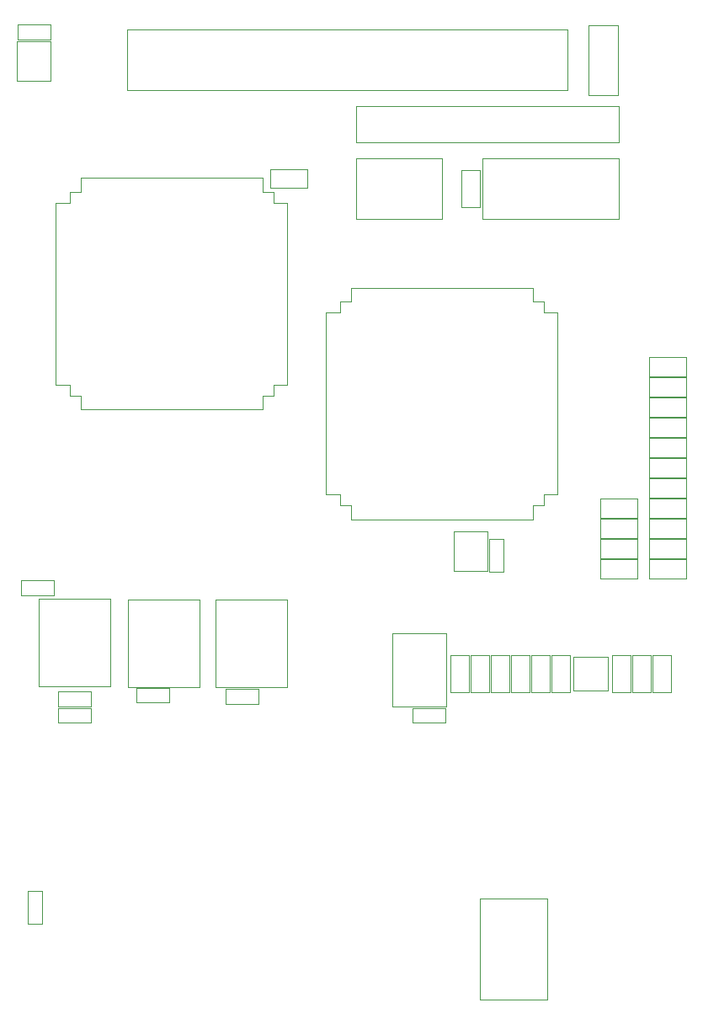
<source format=gbr>
G04 #@! TF.GenerationSoftware,KiCad,Pcbnew,(5.1.2-1)-1*
G04 #@! TF.CreationDate,2020-07-07T12:37:09+01:00*
G04 #@! TF.ProjectId,MZ80-80CLR,4d5a3830-2d38-4304-934c-522e6b696361,rev?*
G04 #@! TF.SameCoordinates,Original*
G04 #@! TF.FileFunction,Other,User*
%FSLAX46Y46*%
G04 Gerber Fmt 4.6, Leading zero omitted, Abs format (unit mm)*
G04 Created by KiCad (PCBNEW (5.1.2-1)-1) date 2020-07-07 12:37:09*
%MOMM*%
%LPD*%
G04 APERTURE LIST*
%ADD10C,0.050000*%
G04 APERTURE END LIST*
D10*
X118647000Y-131923000D02*
X118647000Y-121823000D01*
X125447000Y-131923000D02*
X125447000Y-121823000D01*
X118647000Y-131923000D02*
X125447000Y-131923000D01*
X125447000Y-121823000D02*
X118647000Y-121823000D01*
X128044000Y-97487000D02*
X131544000Y-97487000D01*
X128044000Y-100887000D02*
X128044000Y-97487000D01*
X131544000Y-100887000D02*
X128044000Y-100887000D01*
X131544000Y-97487000D02*
X131544000Y-100887000D01*
X106150000Y-42142000D02*
X106150000Y-45742000D01*
X132600000Y-42142000D02*
X106150000Y-42142000D01*
X132600000Y-45742000D02*
X132600000Y-42142000D01*
X106150000Y-45742000D02*
X132600000Y-45742000D01*
X118850000Y-47339000D02*
X118850000Y-53489000D01*
X132600000Y-47339000D02*
X118850000Y-47339000D01*
X132600000Y-53489000D02*
X132600000Y-47339000D01*
X118850000Y-53489000D02*
X132600000Y-53489000D01*
X83163000Y-34385000D02*
X83163000Y-40535000D01*
X127413000Y-34385000D02*
X83163000Y-34385000D01*
X127413000Y-40535000D02*
X127413000Y-34385000D01*
X83163000Y-40535000D02*
X127413000Y-40535000D01*
X106150000Y-47339000D02*
X106150000Y-53489000D01*
X114800000Y-47339000D02*
X106150000Y-47339000D01*
X114800000Y-53489000D02*
X114800000Y-47339000D01*
X106150000Y-53489000D02*
X114800000Y-53489000D01*
X103154000Y-72014500D02*
X103154000Y-81164500D01*
X103154000Y-81164500D02*
X104554000Y-81164500D01*
X104554000Y-81164500D02*
X104554000Y-82264500D01*
X104554000Y-82264500D02*
X105654000Y-82264500D01*
X105654000Y-82264500D02*
X105654000Y-83664500D01*
X105654000Y-83664500D02*
X114804000Y-83664500D01*
X103154000Y-72014500D02*
X103154000Y-62864500D01*
X103154000Y-62864500D02*
X104554000Y-62864500D01*
X104554000Y-62864500D02*
X104554000Y-61764500D01*
X104554000Y-61764500D02*
X105654000Y-61764500D01*
X105654000Y-61764500D02*
X105654000Y-60364500D01*
X105654000Y-60364500D02*
X114804000Y-60364500D01*
X126454000Y-72014500D02*
X126454000Y-81164500D01*
X126454000Y-81164500D02*
X125054000Y-81164500D01*
X125054000Y-81164500D02*
X125054000Y-82264500D01*
X125054000Y-82264500D02*
X123954000Y-82264500D01*
X123954000Y-82264500D02*
X123954000Y-83664500D01*
X123954000Y-83664500D02*
X114804000Y-83664500D01*
X126454000Y-72014500D02*
X126454000Y-62864500D01*
X126454000Y-62864500D02*
X125054000Y-62864500D01*
X125054000Y-62864500D02*
X125054000Y-61764500D01*
X125054000Y-61764500D02*
X123954000Y-61764500D01*
X123954000Y-61764500D02*
X123954000Y-60364500D01*
X123954000Y-60364500D02*
X114804000Y-60364500D01*
X76201000Y-102648000D02*
X79501000Y-102648000D01*
X76201000Y-104108000D02*
X76201000Y-102648000D01*
X79501000Y-104108000D02*
X76201000Y-104108000D01*
X79501000Y-102648000D02*
X79501000Y-104108000D01*
X74251000Y-100412000D02*
X81451000Y-100412000D01*
X81451000Y-100412000D02*
X81451000Y-91612000D01*
X81451000Y-91612000D02*
X74251000Y-91612000D01*
X74251000Y-91612000D02*
X74251000Y-100412000D01*
X96780000Y-49310000D02*
X87630000Y-49310000D01*
X96780000Y-50710000D02*
X96780000Y-49310000D01*
X97880000Y-50710000D02*
X96780000Y-50710000D01*
X97880000Y-51810000D02*
X97880000Y-50710000D01*
X99280000Y-51810000D02*
X97880000Y-51810000D01*
X99280000Y-60960000D02*
X99280000Y-51810000D01*
X96780000Y-72610000D02*
X87630000Y-72610000D01*
X96780000Y-71210000D02*
X96780000Y-72610000D01*
X97880000Y-71210000D02*
X96780000Y-71210000D01*
X97880000Y-70110000D02*
X97880000Y-71210000D01*
X99280000Y-70110000D02*
X97880000Y-70110000D01*
X99280000Y-60960000D02*
X99280000Y-70110000D01*
X78480000Y-49310000D02*
X87630000Y-49310000D01*
X78480000Y-50710000D02*
X78480000Y-49310000D01*
X77380000Y-50710000D02*
X78480000Y-50710000D01*
X77380000Y-51810000D02*
X77380000Y-50710000D01*
X75980000Y-51810000D02*
X77380000Y-51810000D01*
X75980000Y-60960000D02*
X75980000Y-51810000D01*
X78480000Y-72610000D02*
X87630000Y-72610000D01*
X78480000Y-71210000D02*
X78480000Y-72610000D01*
X77380000Y-71210000D02*
X78480000Y-71210000D01*
X77380000Y-70110000D02*
X77380000Y-71210000D01*
X75980000Y-70110000D02*
X77380000Y-70110000D01*
X75980000Y-60960000D02*
X75980000Y-70110000D01*
X119429000Y-84868000D02*
X116029000Y-84868000D01*
X116029000Y-84868000D02*
X116029000Y-88868000D01*
X116029000Y-88868000D02*
X119429000Y-88868000D01*
X119429000Y-88868000D02*
X119429000Y-84868000D01*
X75487000Y-35592000D02*
X72087000Y-35592000D01*
X72087000Y-35592000D02*
X72087000Y-39592000D01*
X72087000Y-39592000D02*
X75487000Y-39592000D01*
X75487000Y-39592000D02*
X75487000Y-35592000D01*
X109822000Y-95106000D02*
X109822000Y-102506000D01*
X115222000Y-95106000D02*
X109822000Y-95106000D01*
X115222000Y-102506000D02*
X115222000Y-95106000D01*
X109822000Y-102506000D02*
X115222000Y-102506000D01*
X135691000Y-67376000D02*
X139391000Y-67376000D01*
X135691000Y-69276000D02*
X135691000Y-67376000D01*
X139391000Y-69276000D02*
X135691000Y-69276000D01*
X139391000Y-67376000D02*
X139391000Y-69276000D01*
X123632000Y-97337000D02*
X123632000Y-101037000D01*
X121732000Y-97337000D02*
X123632000Y-97337000D01*
X121732000Y-101037000D02*
X121732000Y-97337000D01*
X123632000Y-101037000D02*
X121732000Y-101037000D01*
X125796000Y-101037000D02*
X125796000Y-97337000D01*
X127696000Y-101037000D02*
X125796000Y-101037000D01*
X127696000Y-97337000D02*
X127696000Y-101037000D01*
X125796000Y-97337000D02*
X127696000Y-97337000D01*
X121600000Y-97337000D02*
X121600000Y-101037000D01*
X119700000Y-97337000D02*
X121600000Y-97337000D01*
X119700000Y-101037000D02*
X119700000Y-97337000D01*
X121600000Y-101037000D02*
X119700000Y-101037000D01*
X125664000Y-97337000D02*
X125664000Y-101037000D01*
X123764000Y-97337000D02*
X125664000Y-97337000D01*
X123764000Y-101037000D02*
X123764000Y-97337000D01*
X125664000Y-101037000D02*
X123764000Y-101037000D01*
X135824000Y-97337000D02*
X135824000Y-101037000D01*
X133924000Y-97337000D02*
X135824000Y-97337000D01*
X133924000Y-101037000D02*
X133924000Y-97337000D01*
X135824000Y-101037000D02*
X133924000Y-101037000D01*
X137856000Y-97337000D02*
X137856000Y-101037000D01*
X135956000Y-97337000D02*
X137856000Y-97337000D01*
X135956000Y-101037000D02*
X135956000Y-97337000D01*
X137856000Y-101037000D02*
X135956000Y-101037000D01*
X133792000Y-97337000D02*
X133792000Y-101037000D01*
X131892000Y-97337000D02*
X133792000Y-97337000D01*
X131892000Y-101037000D02*
X131892000Y-97337000D01*
X133792000Y-101037000D02*
X131892000Y-101037000D01*
X135691000Y-71440000D02*
X139391000Y-71440000D01*
X135691000Y-73340000D02*
X135691000Y-71440000D01*
X139391000Y-73340000D02*
X135691000Y-73340000D01*
X139391000Y-71440000D02*
X139391000Y-73340000D01*
X135691000Y-69408000D02*
X139391000Y-69408000D01*
X135691000Y-71308000D02*
X135691000Y-69408000D01*
X139391000Y-71308000D02*
X135691000Y-71308000D01*
X139391000Y-69408000D02*
X139391000Y-71308000D01*
X135691000Y-87696000D02*
X139391000Y-87696000D01*
X135691000Y-89596000D02*
X135691000Y-87696000D01*
X139391000Y-89596000D02*
X135691000Y-89596000D01*
X139391000Y-87696000D02*
X139391000Y-89596000D01*
X135691000Y-85664000D02*
X139391000Y-85664000D01*
X135691000Y-87564000D02*
X135691000Y-85664000D01*
X139391000Y-87564000D02*
X135691000Y-87564000D01*
X139391000Y-85664000D02*
X139391000Y-87564000D01*
X135691000Y-83632000D02*
X139391000Y-83632000D01*
X135691000Y-85532000D02*
X135691000Y-83632000D01*
X139391000Y-85532000D02*
X135691000Y-85532000D01*
X139391000Y-83632000D02*
X139391000Y-85532000D01*
X135691000Y-81600000D02*
X139391000Y-81600000D01*
X135691000Y-83500000D02*
X135691000Y-81600000D01*
X139391000Y-83500000D02*
X135691000Y-83500000D01*
X139391000Y-81600000D02*
X139391000Y-83500000D01*
X135691000Y-79568000D02*
X139391000Y-79568000D01*
X135691000Y-81468000D02*
X135691000Y-79568000D01*
X139391000Y-81468000D02*
X135691000Y-81468000D01*
X139391000Y-79568000D02*
X139391000Y-81468000D01*
X135691000Y-77536000D02*
X139391000Y-77536000D01*
X135691000Y-79436000D02*
X135691000Y-77536000D01*
X139391000Y-79436000D02*
X135691000Y-79436000D01*
X139391000Y-77536000D02*
X139391000Y-79436000D01*
X135691000Y-75504000D02*
X139391000Y-75504000D01*
X135691000Y-77404000D02*
X135691000Y-75504000D01*
X139391000Y-77404000D02*
X135691000Y-77404000D01*
X139391000Y-75504000D02*
X139391000Y-77404000D01*
X135691000Y-73472000D02*
X139391000Y-73472000D01*
X135691000Y-75372000D02*
X135691000Y-73472000D01*
X139391000Y-75372000D02*
X135691000Y-75372000D01*
X139391000Y-73472000D02*
X139391000Y-75372000D01*
X130738000Y-87696000D02*
X134438000Y-87696000D01*
X130738000Y-89596000D02*
X130738000Y-87696000D01*
X134438000Y-89596000D02*
X130738000Y-89596000D01*
X134438000Y-87696000D02*
X134438000Y-89596000D01*
X130738000Y-85664000D02*
X134438000Y-85664000D01*
X130738000Y-87564000D02*
X130738000Y-85664000D01*
X134438000Y-87564000D02*
X130738000Y-87564000D01*
X134438000Y-85664000D02*
X134438000Y-87564000D01*
X130738000Y-83632000D02*
X134438000Y-83632000D01*
X130738000Y-85532000D02*
X130738000Y-83632000D01*
X134438000Y-85532000D02*
X130738000Y-85532000D01*
X134438000Y-83632000D02*
X134438000Y-85532000D01*
X130738000Y-81600000D02*
X134438000Y-81600000D01*
X130738000Y-83500000D02*
X130738000Y-81600000D01*
X134438000Y-83500000D02*
X130738000Y-83500000D01*
X134438000Y-81600000D02*
X134438000Y-83500000D01*
X97591000Y-50353000D02*
X97591000Y-48453000D01*
X97591000Y-48453000D02*
X101291000Y-48453000D01*
X101291000Y-48453000D02*
X101291000Y-50353000D01*
X101291000Y-50353000D02*
X97591000Y-50353000D01*
X116779000Y-48569000D02*
X118679000Y-48569000D01*
X118679000Y-48569000D02*
X118679000Y-52269000D01*
X118679000Y-52269000D02*
X116779000Y-52269000D01*
X116779000Y-52269000D02*
X116779000Y-48569000D01*
X119568000Y-97328000D02*
X119568000Y-101028000D01*
X117668000Y-97328000D02*
X119568000Y-97328000D01*
X117668000Y-101028000D02*
X117668000Y-97328000D01*
X119568000Y-101028000D02*
X117668000Y-101028000D01*
X117536000Y-97337000D02*
X117536000Y-101037000D01*
X115636000Y-97337000D02*
X117536000Y-97337000D01*
X115636000Y-101037000D02*
X115636000Y-97337000D01*
X117536000Y-101037000D02*
X115636000Y-101037000D01*
X129564000Y-40997000D02*
X132564000Y-40997000D01*
X129564000Y-33997000D02*
X129564000Y-40997000D01*
X132564000Y-33997000D02*
X129564000Y-33997000D01*
X132564000Y-40997000D02*
X132564000Y-33997000D01*
X74644000Y-121032000D02*
X74644000Y-124332000D01*
X73184000Y-121032000D02*
X74644000Y-121032000D01*
X73184000Y-124332000D02*
X73184000Y-121032000D01*
X74644000Y-124332000D02*
X73184000Y-124332000D01*
X115188000Y-104108000D02*
X111888000Y-104108000D01*
X115188000Y-102648000D02*
X115188000Y-104108000D01*
X111888000Y-102648000D02*
X115188000Y-102648000D01*
X111888000Y-104108000D02*
X111888000Y-102648000D01*
X119539000Y-85599000D02*
X120999000Y-85599000D01*
X120999000Y-85599000D02*
X120999000Y-88899000D01*
X120999000Y-88899000D02*
X119539000Y-88899000D01*
X119539000Y-88899000D02*
X119539000Y-85599000D01*
X75437000Y-33941000D02*
X75437000Y-35401000D01*
X75437000Y-35401000D02*
X72137000Y-35401000D01*
X72137000Y-35401000D02*
X72137000Y-33941000D01*
X72137000Y-33941000D02*
X75437000Y-33941000D01*
X92031000Y-100539000D02*
X99231000Y-100539000D01*
X99231000Y-100539000D02*
X99231000Y-91739000D01*
X99231000Y-91739000D02*
X92031000Y-91739000D01*
X92031000Y-91739000D02*
X92031000Y-100539000D01*
X83268000Y-100539000D02*
X90468000Y-100539000D01*
X90468000Y-100539000D02*
X90468000Y-91739000D01*
X90468000Y-91739000D02*
X83268000Y-91739000D01*
X83268000Y-91739000D02*
X83268000Y-100539000D01*
X93092000Y-100743000D02*
X96392000Y-100743000D01*
X93092000Y-102203000D02*
X93092000Y-100743000D01*
X96392000Y-102203000D02*
X93092000Y-102203000D01*
X96392000Y-100743000D02*
X96392000Y-102203000D01*
X72518000Y-89821000D02*
X75818000Y-89821000D01*
X72518000Y-91281000D02*
X72518000Y-89821000D01*
X75818000Y-91281000D02*
X72518000Y-91281000D01*
X75818000Y-89821000D02*
X75818000Y-91281000D01*
X84075000Y-100616000D02*
X87375000Y-100616000D01*
X84075000Y-102076000D02*
X84075000Y-100616000D01*
X87375000Y-102076000D02*
X84075000Y-102076000D01*
X87375000Y-100616000D02*
X87375000Y-102076000D01*
X76201000Y-100997000D02*
X79501000Y-100997000D01*
X76201000Y-102457000D02*
X76201000Y-100997000D01*
X79501000Y-102457000D02*
X76201000Y-102457000D01*
X79501000Y-100997000D02*
X79501000Y-102457000D01*
M02*

</source>
